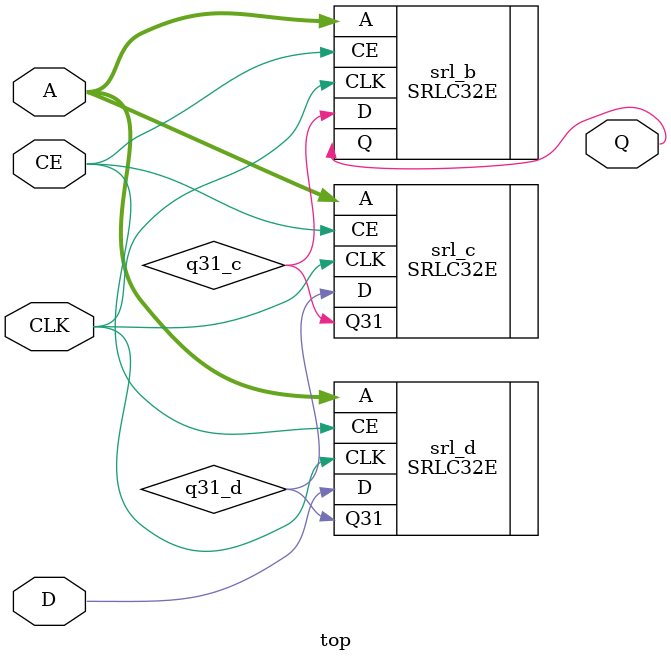
<source format=v>
module top
(
(* clock_buffer_type = "NONE" *)
input  wire CLK,
input  wire CE,
input  wire D,
input  wire [4:0] A,
output wire Q
);

  wire  q31_d;
  wire  q31_c;

  (* LOC="SLICE_X2Y0", BEL="D6LUT"  *)
  SRLC32E srl_d
  (
  .CLK    (CLK),
  .CE     (CE),
  .D      (D),
  .A      (A),
  .Q31    (q31_d)
  );

  (* LOC="SLICE_X2Y0", BEL="C6LUT"  *)
  SRLC32E srl_c
  (
  .CLK    (CLK),
  .CE     (CE),
  .D      (q31_d),
  .A      (A),
  .Q31    (q31_c)
  );

  (* LOC="SLICE_X2Y0", BEL="B6LUT"  *)
  SRLC32E srl_b
  (
  .CLK    (CLK),
  .CE     (CE),
  .D      (q31_c),
  .A      (A),
  .Q      (Q)
  );

endmodule

</source>
